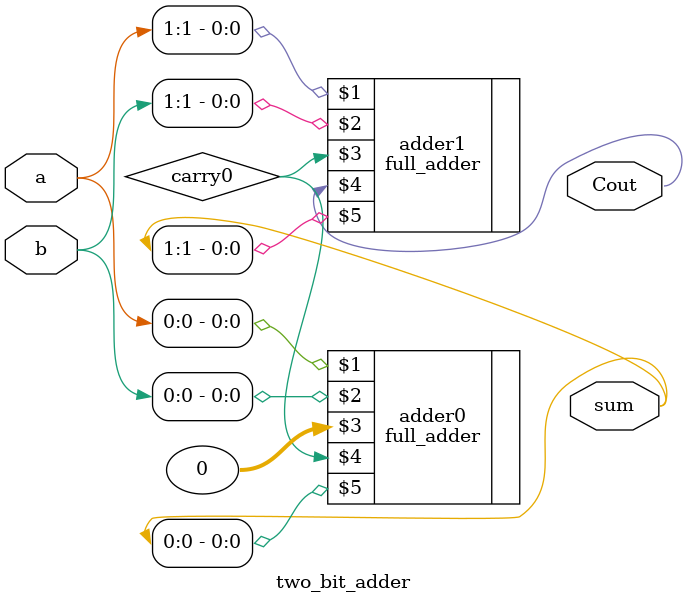
<source format=sv>
module two_bit_adder(a, b, Cout, sum);

input wire [1:0] a;
input wire [1:0] b;
output logic Cout;
output logic [1:0] sum;

wire carry0;
full_adder adder0(a[0],b[0],0,carry0,sum[0]);
full_adder adder1(a[1],b[1],carry0,Cout,sum[1]);


endmodule
</source>
